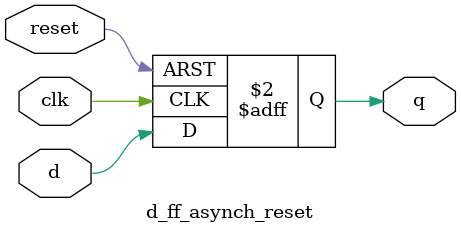
<source format=v>

module d_ff_asynch_reset(

    input clk,
    input reset,
    input d,
    output reg q

);

always @(posedge clk or posedge reset) begin
    
    if(reset)begin

        q <= 1'b0;
    
    end else begin
        q <= d ;
    
    end
end

endmodule
</source>
